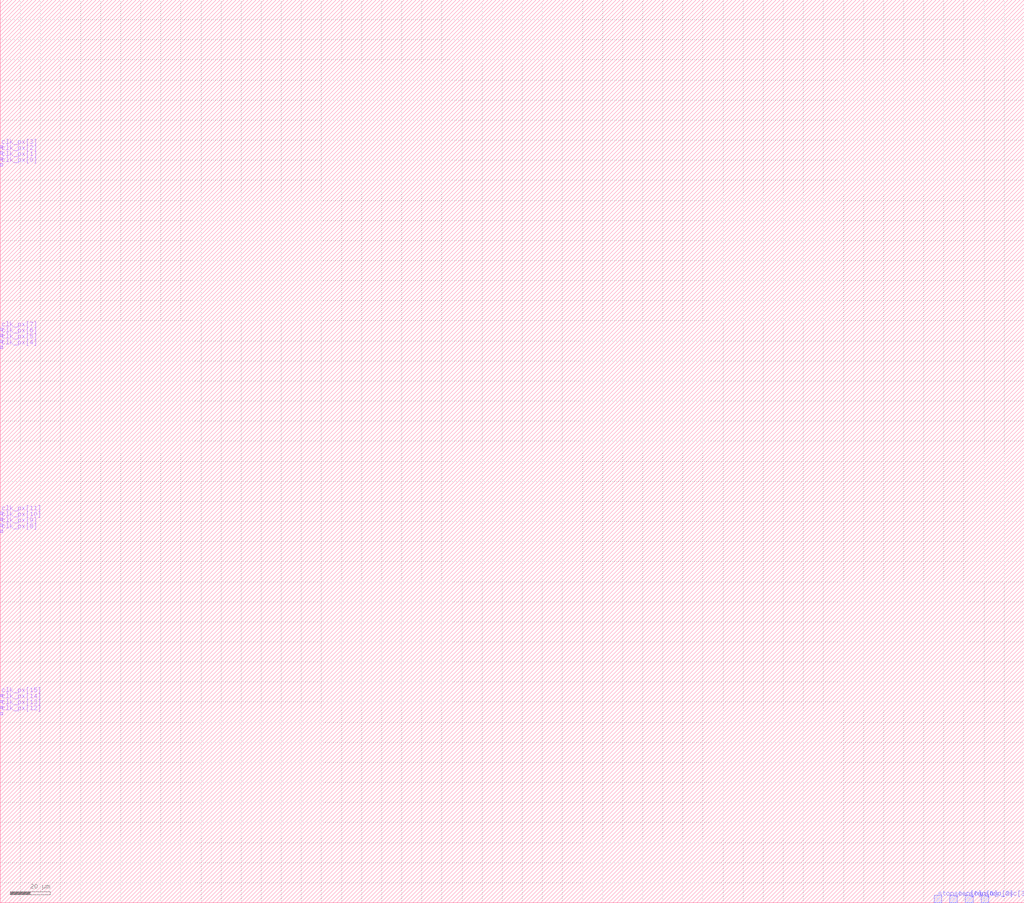
<source format=lef>
VERSION 5.7 ;
BUSBITCHARS "[]" ;
DIVIDERCHAR "/" ;

PROPERTYDEFINITIONS
   MACRO drcSignature INTEGER ;
END PROPERTYDEFINITIONS

MACRO analogPxArray
  CLASS  CORE ;
  FOREIGN analogPxArray 0.000 0.000 ;
  ORIGIN 0.000 0.000 ;
  SIZE 510.000 BY 450.000 ;
  SITE core ;
  PIN clk_px[0]
    DIRECTION INOUT ;
    USE SIGNAL ;
    PORT
      LAYER metal1 ;
        RECT 0 367.05 1.2 368.25 ;
    END
  END clk_px[0]
  PIN clk_px[1]
    DIRECTION INOUT ;
    USE SIGNAL ;
    PORT
      LAYER metal1 ;
        RECT 0 370.05 1.2 371.25 ;
    END
  END clk_px[1]
  PIN clk_px[2]
    DIRECTION INOUT ;
    USE SIGNAL ;
    PORT
      LAYER metal1 ;
        RECT 0 373.05 1.2 374.25 ;
    END
  END clk_px[2]
  PIN clk_px[3]
    DIRECTION INOUT ;
    USE SIGNAL ;
    PORT
      LAYER metal1 ;
        RECT 0 376.05 1.2 377.25 ;
    END
  END clk_px[3]
  PIN clk_px[4]
    DIRECTION INOUT ;
    USE SIGNAL ;
    PORT
      LAYER metal1 ;
        RECT 0 276.15 1.2 277.35 ;
    END
  END clk_px[4]
  PIN clk_px[5]
    DIRECTION INOUT ;
    USE SIGNAL ;
    PORT
      LAYER metal1 ;
        RECT 0 279.15 1.2 280.35 ;
    END
  END clk_px[5]
  PIN clk_px[6]
    DIRECTION INOUT ;
    USE SIGNAL ;
    PORT
      LAYER metal1 ;
        RECT 0 282.15 1.2 283.35 ;
    END
  END clk_px[6]
  PIN clk_px[7]
    DIRECTION INOUT ;
    USE SIGNAL ;
    PORT
      LAYER metal1 ;
        RECT 0 285.15 1.2 286.35 ;
    END
  END clk_px[7]
  PIN clk_px[8]
    DIRECTION INOUT ;
    USE SIGNAL ;
    PORT
      LAYER metal1 ;
        RECT 0 184.5 1.2 185.7 ;
    END
  END clk_px[8]
  PIN clk_px[9]
    DIRECTION INOUT ;
    USE SIGNAL ;
    PORT
      LAYER metal1 ;
        RECT 0 187.5 1.2 188.7 ;
    END
  END clk_px[9]
  PIN clk_px[10]
    DIRECTION INOUT ;
    USE SIGNAL ;
    PORT
      LAYER metal1 ;
        RECT 0 190.5 1.2 191.7 ;
    END
  END clk_px[10]
  PIN clk_px[11]
    DIRECTION INOUT ;
    USE SIGNAL ;
    PORT
      LAYER metal1 ;
        RECT 0 193.5 1.2 194.7 ;
    END
  END clk_px[11]
  PIN clk_px[12]
    DIRECTION INOUT ;
    USE SIGNAL ;
    PORT
      LAYER metal1 ;
        RECT 0 93.75 1.2 94.95 ;
    END
  END clk_px[12]
  PIN clk_px[15]
    DIRECTION INOUT ;
    USE SIGNAL ;
    PORT
      LAYER metal1 ;
        RECT 0 102.75 1.2 103.95 ;
    END
  END clk_px[15]
  PIN clk_px[13]
    DIRECTION INOUT ;
    USE SIGNAL ;
    PORT
      LAYER metal1 ;
        RECT 0 96.75 1.2 97.95 ;
    END
  END clk_px[13]
  PIN clk_px[14]
    DIRECTION INOUT ;
    USE SIGNAL ;
    PORT
      LAYER metal1 ;
        RECT 0 99.75 1.2 100.95 ;
    END
  END clk_px[14]
  PIN stop_osc[0]
    DIRECTION INOUT ;
    USE SIGNAL ;
    PORT
      LAYER metal2 ;
        RECT 465.15 0 468.9 3.75 ;
    END
  END stop_osc[0]
  PIN stop_osc[1]
    DIRECTION INOUT ;
    USE SIGNAL ;
    PORT
      LAYER metal2 ;
        RECT 472.95 0 476.7 3.75 ;
    END
  END stop_osc[1]
  PIN stop_osc[2]
    DIRECTION INOUT ;
    USE SIGNAL ;
    PORT
      LAYER metal2 ;
        RECT 480.75 0 484.5 3.75 ;
    END
  END stop_osc[2]
  PIN stop_osc[3]
    DIRECTION INOUT ;
    USE SIGNAL ;
    PORT
      LAYER metal2 ;
        RECT 488.55 0 492.3 3.75 ;
    END
  END stop_osc[3]
  PROPERTY drcSignature 143847558 ;
END analogPxArray

END LIBRARY

</source>
